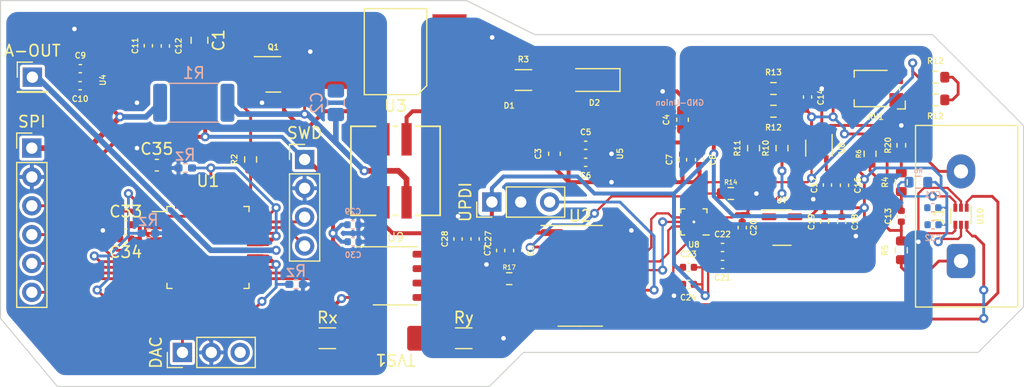
<source format=kicad_pcb>
(kicad_pcb (version 20240108) (generator "pcbnew") (generator_version "8.0")
  (layers (0 "F.Cu" signal) (31 "B.Cu" signal) (34 "B.Paste" user) (35 "F.Paste" user) (36 "B.SilkS" user "B.Silkscreen") (37 "F.SilkS" user "F.Silkscreen") (38 "B.Mask" user) (39 "F.Mask" user) (44 "Edge.Cuts" user))
  (net 0 "")
  (net 1 "GND1")
  (net 2 "GND2")
  (net 3 "UPDI")
  (net 4 "GNDA")
  (footprint "Connector_PinHeader_2.54mm:PinHeader_1x03_P2.54mm_Vertical" (layer "F.Cu") (at 64 107 90)
    (property "Reference" "DAC")
    (property "Value" "PinHeader_1x03_P2.54mm_Vertical" (hide yes))
  )
  (footprint "custom:H11L1-4" (layer "F.Cu") (at 82.75 80.5 90)
    (property "Reference" "U3")
    (property "Value" "H11L1")
  )
  (footprint "Capacitor_SMD:C_0402_1005Metric" (layer "F.Cu") (at 59 97 180)
    (property "Reference" "C34")
    (property "Value" "10n" (hide yes))
  )
  (footprint "Resistor_SMD:R_1206_3216Metric" (layer "F.Cu") (at 94 83)
    (property "Reference" "R3")
    (property "Value" "10")
  )
  (footprint "Resistor_SMD:R_0603_1608Metric" (layer "F.Cu") (at 92.75 100.5)
    (property "Reference" "R17")
    (property "Value" "22k")
  )
  (footprint "custom:DO-214AA" (layer "F.Cu") (at 82.75 105.75 180)
    (property "Reference" "TVS1")
    (property "Value" "DO-214AA" (hide yes))
  )
  (footprint "Package_SO:SOIC-14_3.9x8.7mm_P1.27mm" (layer "F.Cu") (at 99 100.25)
    (property "Reference" "U2")
    (property "Value" "ATtiny1604")
  )
  (footprint "Diode_SMD:D_SOD-123" (layer "F.Cu") (at 100.25 83 180)
    (property "Reference" "D2")
    (property "Value" "3v")
  )
  (footprint "Capacitor_SMD:C_0402_1005Metric" (layer "F.Cu") (at 89.75 97 -90)
    (property "Reference" "C27")
    (property "Value" "1u" (hide yes))
  )
  (footprint "Capacitor_SMD:C_0402_1005Metric" (layer "F.Cu") (at 122 95.52 -90)
    (property "Reference" "C18")
    (property "Value" "1u" (hide yes))
  )
  (footprint "Resistor_SMD:R_0603_1608Metric" (layer "F.Cu") (at 116 83.75)
    (property "Reference" "R13")
    (property "Value" "1k" (hide yes))
  )
  (footprint "Capacitor_SMD:C_0402_1005Metric" (layer "F.Cu") (at 113.25 96 -90)
    (property "Reference" "C20")
    (property "Value" "1u" (hide yes))
  )
  (footprint "Capacitor_SMD:C_0402_1005Metric" (layer "F.Cu") (at 55 83.5 180)
    (property "Reference" "C10")
    (property "Value" "10n" (hide yes))
  )
  (footprint "Capacitor_SMD:C_0603_1608Metric" (layer "F.Cu") (at 108 86.5 90)
    (property "Reference" "C4")
    (property "Value" "2u2")
  )
  (footprint "Package_TO_SOT_SMD:SOT-23" (layer "F.Cu") (at 72 82.5)
    (property "Reference" "Q1")
    (property "Value" "DMN2310U")
  )
  (footprint "Capacitor_SMD:C_0402_1005Metric" (layer "F.Cu") (at 92 98.02 90)
    (property "Reference" "C7")
    (property "Value" "1u" (hide yes))
  )
  (footprint "Connector_PinHeader_2.54mm:PinHeader_1x04_P2.54mm_Vertical" (layer "F.Cu") (at 74.75 90)
    (property "Reference" "SWD")
    (property "Value" "PinHeader_1x04_P2.54mm_Vertical" (hide yes))
  )
  (footprint "Connector_PinHeader_2.54mm:PinHeader_1x06_P2.54mm_Vertical" (layer "F.Cu") (at 50.75 89)
    (property "Reference" "SPI")
    (property "Value" "PinHeader_1x06_P2.54mm_Vertical" (hide yes))
  )
  (footprint "Capacitor_SMD:C_0402_1005Metric" (layer "F.Cu") (at 88.25 97 90)
    (property "Reference" "C28")
    (property "Value" "10n" (hide yes))
  )
  (footprint "Capacitor_SMD:C_0402_1005Metric" (layer "F.Cu") (at 59.02 95.75)
    (property "Reference" "C33")
    (property "Value" "1u" (hide yes))
  )
  (footprint "Resistor_SMD:R_1206_3216Metric" (layer "F.Cu") (at 88.75 105.75)
    (property "Reference" "Ry")
    (property "Value" "R_1206_3216Metric" (hide yes))
  )
  (footprint "Capacitor_SMD:C_0402_1005Metric" (layer "F.Cu") (at 108.52 99.5)
    (property "Reference" "C23")
    (property "Value" "1u" (hide yes))
  )
  (footprint "Resistor_SMD:R_0603_1608Metric" (layer "F.Cu") (at 70 90 90)
    (property "Reference" "R2")
    (property "Value" "1K")
  )
  (footprint "Capacitor_SMD:C_0402_1005Metric" (layer "F.Cu") (at 120.5 95.5 90)
    (property "Reference" "C19")
    (property "Value" "10n" (hide yes))
  )
  (footprint "custom:TypeKSocket" (layer "F.Cu") (at 132.5 95 90)
    (property "Reference" "J1")
    (property "Value" "TypeKSocket")
  )
  (footprint "Resistor_SMD:R_0603_1608Metric" (layer "F.Cu") (at 112.25 93)
    (property "Reference" "R14")
    (property "Value" "22k")
  )
  (footprint "Potentiometer_SMD:Potentiometer_Bourns_TC33X_Vertical" (layer "F.Cu") (at 125 83.75 180)
    (property "Reference" "RV1")
    (property "Value" "20k")
  )
  (footprint "Resistor_SMD:R_0603_1608Metric" (layer "F.Cu") (at 116.75 89 90)
    (property "Reference" "R10")
    (property "Value" "1k" (hide yes))
  )
  (footprint "Resistor_SMD:R_0603_1608Metric" (layer "F.Cu") (at 116 85.75 180)
    (property "Reference" "R12")
    (property "Value" "1k" (hide yes))
  )
  (footprint "Capacitor_SMD:C_0402_1005Metric" (layer "F.Cu") (at 109.5 90.02 -90)
    (property "Reference" "C8")
    (property "Value" "10n" (hide yes))
  )
  (footprint "Capacitor_SMD:C_0402_1005Metric" (layer "F.Cu") (at 93.5 98.02 -90)
    (property "Reference" "C8")
    (property "Value" "10n" (hide yes))
  )
  (footprint "Capacitor_SMD:C_0402_1005Metric" (layer "F.Cu") (at 108.52 101 180)
    (property "Reference" "C24")
    (property "Value" "10n" (hide yes))
  )
  (footprint "Resistor_SMD:R_0603_1608Metric" (layer "F.Cu") (at 114.25 89 90)
    (property "Reference" "R11")
    (property "Value" "1k" (hide yes))
  )
  (footprint "Resistor_SMD:R_1206_3216Metric" (layer "F.Cu") (at 76.75 105.75)
    (property "Reference" "Rx")
    (property "Value" "R_1206_3216Metric" (hide yes))
  )
  (footprint "Resistor_SMD:R_0402_1005Metric" (layer "F.Cu") (at 127.25 88.75 90)
    (property "Reference" "R20")
    (property "Value" "10M")
  )
  (footprint "Resistor_SMD:R_0603_1608Metric" (layer "F.Cu") (at 124.5 89.5 90)
    (property "Reference" "R6")
    (property "Value" "22k")
  )
  (footprint "Package_QFP:LQFP-48_7x7mm_P0.5mm" (layer "F.Cu") (at 66.25 97.75)
    (property "Reference" "U1")
    (property "Value" "MSPM0G1507SPTR")
  )
  (footprint "Resistor_SMD:R_0603_1608Metric" (layer "F.Cu") (at 127.25 92 90)
    (property "Reference" "R4")
    (property "Value" "1k" (hide yes))
  )
  (footprint "Connector_PinHeader_2.54mm:PinHeader_1x01_P2.54mm_Vertical" (layer "F.Cu") (at 50.8 82.75)
    (property "Reference" "A-OUT")
    (property "Value" "PinHeader_1x01_P2.54mm_Vertical" (hide yes))
  )
  (footprint "custom:SOT25" (layer "F.Cu") (at 104.5 89.5 90)
    (property "Reference" "U5")
    (property "Value" "SOT25")
  )
  (footprint "Capacitor_SMD:C_0402_1005Metric" (layer "F.Cu") (at 119 84.5 -90)
    (property "Reference" "C14")
    (property "Value" "1u" (hide yes))
  )
  (footprint "Capacitor_SMD:C_0402_1005Metric" (layer "F.Cu") (at 99.48 88.75)
    (property "Reference" "C5")
    (property "Value" "1u" (hide yes))
  )
  (footprint "Resistor_SMD:R_0603_1608Metric" (layer "F.Cu") (at 130.25 84.75 180)
    (property "Reference" "R12")
    (property "Value" "47k" (hide yes))
  )
  (footprint "Capacitor_SMD:C_0603_1608Metric" (layer "F.Cu") (at 61.75 90.5)
    (property "Reference" "C35")
    (property "Value" "0u47")
  )
  (footprint "Capacitor_SMD:C_0402_1005Metric" (layer "F.Cu") (at 111.52 99.25 180)
    (property "Reference" "C21")
    (property "Value" "1u" (hide yes))
  )
  (footprint "Capacitor_SMD:C_0402_1005Metric" (layer "F.Cu") (at 120.75 92.25 90)
    (property "Reference" "C17")
    (property "Value" "10n" (hide yes))
  )
  (footprint "Capacitor_SMD:C_0402_1005Metric" (layer "F.Cu") (at 122.25 92.27 -90)
    (property "Reference" "C16")
    (property "Value" "1u" (hide yes))
  )
  (footprint "Capacitor_SMD:C_0402_1005Metric" (layer "F.Cu") (at 108 90.02 90)
    (property "Reference" "C7")
    (property "Value" "1u" (hide yes))
  )
  (footprint "Connector_PinHeader_2.54mm:PinHeader_1x03_P2.54mm_Vertical" (layer "F.Cu") (at 91.225 93.75 90)
    (property "Reference" "UPDI")
    (property "Value" "PinHeader_1x03_P2.54mm_Vertical" (hide yes))
  )
  (footprint "Capacitor_SMD:C_0805_2012Metric_Pad1.18x1.45mm_HandSolder" (layer "F.Cu") (at 65.5 79.5 -90)
    (property "Reference" "C1")
    (property "Value" "C_0805_2012Metric_Pad1.18x1.45mm_HandSolder" (hide yes))
  )
  (footprint "custom:MCP3565" (layer "F.Cu") (at 109 95.5 180)
    (property "Reference" "U8")
    (property "Value" "MCP3565")
  )
  (footprint "Capacitor_SMD:C_0402_1005Metric" (layer "F.Cu") (at 111.52 97.75)
    (property "Reference" "C22")
    (property "Value" "10n" (hide yes))
  )
  (footprint "Resistor_SMD:R_0603_1608Metric" (layer "F.Cu") (at 127.25 98 90)
    (property "Reference" "R5")
    (property "Value" "1k" (hide yes))
  )
  (footprint "Package_TO_SOT_SMD:SOT-563" (layer "F.Cu") (at 132.5 95 -90)
    (property "Reference" "U10")
    (property "Value" "TMP112")
  )
  (footprint "Package_SO:SOIC-8_3.9x4.9mm_P1.27mm" (layer "F.Cu") (at 82.75 100.25)
    (property "Reference" "U9")
    (property "Value" "ISO6721RFBDR")
  )
  (footprint "custom:SK14" (layer "F.Cu") (at 92.75 87)
    (property "Reference" "D1")
    (property "Value" "SK14")
  )
  (footprint "Package_TO_SOT_SMD:SOT-353_SC-70-5" (layer "F.Cu") (at 120 89 -90)
    (property "Reference" "U6")
    (property "Value" "TSZ121")
  )
  (footprint "Capacitor_SMD:C_0402_1005Metric" (layer "F.Cu") (at 62.5 80 -90)
    (property "Reference" "C12")
    (property "Value" "10n" (hide yes))
  )
  (footprint "custom:SOT25" (layer "F.Cu") (at 59 83 90)
    (property "Reference" "U4")
    (property "Value" "SOT25")
  )
  (footprint "SRF0703:IND_SRF0703-101M_BRN-M" (layer "F.Cu") (at 82.75 91)
    (property "Reference" "L1" (hide yes))
    (property "Value" "SRF0703-6R8M")
  )
  (footprint "Capacitor_SMD:C_0402_1005Metric" (layer "F.Cu") (at 127.25 95 90)
    (property "Reference" "C13")
    (property "Value" "0u1")
  )
  (footprint "Capacitor_SMD:C_0603_1608Metric" (layer "F.Cu") (at 96.73 89.5 90)
    (property "Reference" "C3")
    (property "Value" "2u2")
  )
  (footprint "Capacitor_SMD:C_0402_1005Metric" (layer "F.Cu") (at 55.02 82)
    (property "Reference" "C9")
    (property "Value" "1u" (hide yes))
  )
  (footprint "Capacitor_SMD:C_0402_1005Metric" (layer "F.Cu") (at 99.48 90.25 180)
    (property "Reference" "C6")
    (property "Value" "10n" (hide yes))
  )
  (footprint "Capacitor_SMD:C_0402_1005Metric" (layer "F.Cu") (at 61 79.98 90)
    (property "Reference" "C11")
    (property "Value" "1u" (hide yes))
  )
  (footprint "Resistor_SMD:R_0603_1608Metric" (layer "F.Cu") (at 130.25 82.75)
    (property "Reference" "R12")
    (property "Value" "470k" (hide yes))
  )
  (footprint "Package_TO_SOT_SMD:SOT-23-6" (layer "F.Cu") (at 116.75 96)
    (property "Reference" "U7")
    (property "Value" "MCP1501")
  )
  (footprint "Resistor_SMD:R_0603_1608Metric" (layer "B.Cu") (at 128.75 92 180)
    (property "Reference" "R6")
    (property "Value" "22k")
  )
  (footprint "Resistor_SMD:R_2512_6332Metric" (layer "B.Cu") (at 65 85 180)
    (property "Reference" "R1")
    (property "Value" "4R7")
  )
  (footprint "Capacitor_SMD:C_0805_2012Metric_Pad1.18x1.45mm_HandSolder" (layer "B.Cu") (at 77.5 85 -90)
    (property "Reference" "C2")
    (property "Value" "C_0805_2012Metric_Pad1.18x1.45mm_HandSolder" (hide yes))
  )
  (footprint "Capacitor_SMD:C_0402_1005Metric" (layer "B.Cu") (at 79.02 97.25)
    (property "Reference" "C30")
    (property "Value" "10n" (hide yes))
  )
  (footprint "Resistor_SMD:R_0402_1005Metric_Pad0.72x0.64mm_HandSolder" (layer "B.Cu") (at 61 96.5 180)
    (property "Reference" "Rz")
    (property "Value" "1M")
  )
  (footprint "Resistor_SMD:R_0402_1005Metric_Pad0.72x0.64mm_HandSolder" (layer "B.Cu") (at 74 101 180)
    (property "Reference" "Rz")
    (property "Value" "1M")
  )
  (footprint "Capacitor_SMD:C_0402_1005Metric" (layer "B.Cu") (at 79 95.75 180)
    (property "Reference" "C29")
    (property "Value" "1u" (hide yes))
  )
  (footprint "Capacitor_SMD:C_0402_1005Metric" (layer "B.Cu") (at 130.04 95.75)
    (property "Reference" "C32")
    (property "Value" "10n" (hide yes))
  )
  (footprint "GND-Union" (layer "B.Cu") (at 107.75 86.5 180)
    (property "Reference" "GND-Union")
    (property "Value" "GND-Union" (hide yes))
  )
  (footprint "Resistor_SMD:R_0402_1005Metric_Pad0.72x0.64mm_HandSolder" (layer "B.Cu") (at 64.25 90.75 180)
    (property "Reference" "Rz")
    (property "Value" "1M")
  )
  (footprint "Capacitor_SMD:C_0402_1005Metric" (layer "B.Cu") (at 130.02 94.25 180)
    (property "Reference" "C31")
    (property "Value" "1u" (hide yes))
  )
  (gr_line (start 89 76) (end 48 76) (stroke (width 0.1)) (layer "Edge.Cuts"))
  (gr_line (start 138 87) (end 130 79) (stroke (width 0.1)) (layer "Edge.Cuts"))
  (gr_line (start 138 103) (end 138 87) (stroke (width 0.1)) (layer "Edge.Cuts"))
  (gr_line (start 91 110) (end 94 107) (stroke (width 0.1)) (layer "Edge.Cuts"))
  (gr_line (start 134 107) (end 138 103) (stroke (width 0.1)) (layer "Edge.Cuts"))
  (gr_line (start 130 79) (end 95 79) (stroke (width 0.1)) (layer "Edge.Cuts"))
  (gr_line (start 48 76) (end 48 104) (stroke (width 0.1)) (layer "Edge.Cuts"))
  (gr_line (start 48 104) (end 53 110) (stroke (width 0.1)) (layer "Edge.Cuts"))
  (gr_line (start 94 107) (end 134 107) (stroke (width 0.1)) (layer "Edge.Cuts"))
  (gr_line (start 53 110) (end 91 110) (stroke (width 0.1)) (layer "Edge.Cuts"))
  (gr_line (start 95 79) (end 89 76) (stroke (width 0.1)) (layer "Edge.Cuts"))
  (segment (start 115.25 93.75) (end 116 93.75) (width 0.25) (layer "F.Cu") (net 0))
  (segment (start 132.5 95.75) (end 132.5 96.75) (width 0.2) (layer "F.Cu") (net 0))
  (segment (start 65.5 92) (end 65 92) (width 0.25) (layer "F.Cu") (net 0))
  (segment (start 94.77 101.52) (end 94.5 101.25) (width 0.25) (layer "F.Cu") (net 0))
  (segment (start 91.225 93.75) (end 91.225 96.275) (width 0.35) (layer "F.Cu") (net 0))
  (segment (start 74.5 87) (end 74.25 87) (width 0.35) (layer "F.Cu") (net 0))
  (segment (start 127.25 91.175) (end 127.375 91.05) (width 0.35) (layer "F.Cu") (net 0))
  (segment (start 53.16 99.16) (end 50.75 99.16) (width 0.25) (layer "F.Cu") (net 0))
  (segment (start 96.525 100.25) (end 94.5 100.25) (width 0.25) (layer "F.Cu") (net 0))
  (segment (start 93.44 96.44) (end 92.06 96.44) (width 0.35) (layer "F.Cu") (net 0))
  (segment (start 111.04 99.25) (end 110.25 99.25) (width 0.2) (layer "F.Cu") (net 0))
  (segment (start 68.5 93.5875) (end 68.5 92) (width 0.25) (layer "F.Cu") (net 0))
  (segment (start 129.5 100) (end 127.75 100) (width 0.25) (layer "F.Cu") (net 0))
  (segment (start 114.5 93.75) (end 115.25 93.75) (width 0.25) (layer "F.Cu") (net 0))
  (segment (start 61.05 82.05) (end 65.95 82.05) (width 0.35) (layer "F.Cu") (net 0))
  (segment (start 71.5 97.5) (end 72.25 96.75) (width 0.25) (layer "F.Cu") (net 0))
  (segment (start 129.425 84.75) (end 126.8 84.75) (width 0.25) (layer "F.Cu") (net 0))
  (segment (start 67.5 101.9125) (end 67.5 103.75) (width 0.25) (layer "F.Cu") (net 0))
  (segment (start 119.2 95.05) (end 120 94.25) (width 0.25) (layer "F.Cu") (net 0))
  (segment (start 58 94.5) (end 57 93.5) (width 0.35) (layer "F.Cu") (net 0))
  (segment (start 127.25 93.75) (end 127.25 92.825) (width 0.25) (layer "F.Cu") (net 0))
  (segment (start 127.25 93.75) (end 126.5 93.75) (width 0.25) (layer "F.Cu") (net 0))
  (segment (start 118 84) (end 118 85.75) (width 0.25) (layer "F.Cu") (net 0))
  (segment (start 92.06 96.44) (end 91.06 96.44) (width 0.35) (layer "F.Cu") (net 0))
  (segment (start 110.25 98) (end 110.25 99) (width 0.2) (layer "F.Cu") (net 0))
  (segment (start 96.275 96.44) (end 93.44 96.44) (width 0.35) (layer "F.Cu") (net 0))
  (segment (start 128.25 82.25) (end 128.75 82.75) (width 0.25) (layer "F.Cu") (net 0))
  (segment (start 100.75 90.5) (end 103.25 90.5) (width 0.35) (layer "F.Cu") (net 0))
  (segment (start 93.5 96.5) (end 93.44 96.44) (width 0.35) (layer "F.Cu") (net 0))
  (segment (start 77.885 99.615) (end 80.275 99.615) (width 0.25) (layer "F.Cu") (net 0))
  (segment (start 53.33 94.08) (end 50.75 94.08) (width 0.25) (layer "F.Cu") (net 0))
  (segment (start 67.5 93.5875) (end 67.5 92) (width 0.25) (layer "F.Cu") (net 0))
  (segment (start 69 92.5) (end 68.5 92) (width 0.25) (layer "F.Cu") (net 0))
  (segment (start 103 83) (end 103.75 83.75) (width 0.35) (layer "F.Cu") (net 0))
  (segment (start 99.96 90.25) (end 100.75 90.25) (width 0.35) (layer "F.Cu") (net 0))
  (segment (start 77.5 100) (end 77.885 99.615) (width 0.25) (layer "F.Cu") (net 0))
  (segment (start 83 91) (end 83.72155 91.72155) (width 0.5) (layer "F.Cu") (net 0))
  (segment (start 66.5 93.5875) (end 66.5 92) (width 0.25) (layer "F.Cu") (net 0))
  (segment (start 64 101.9125) (end 64 107) (width 0.25) (layer "F.Cu") (net 0))
  (segment (start 124.25 87.75) (end 122.25 87.75) (width 0.25) (layer "F.Cu") (net 0))
  (segment (start 50.75 89) (end 55.75 89) (width 0.5) (layer "F.Cu") (net 0))
  (segment (start 65 101.9125) (end 65 103.25) (width 0.25) (layer "F.Cu") (net 0))
  (segment (start 69 103.75) (end 69.75 103.75) (width 0.25) (layer "F.Cu") (net 0))
  (segment (start 98.6 83) (end 95.4625 83) (width 0.35) (layer "F.Cu") (net 0))
  (segment (start 81.77845 88.22505) (end 81.77845 86.27845) (width 0.35) (layer "F.Cu") (net 0))
  (segment (start 113.75 94.75) (end 113.75 94.5) (width 0.25) (layer "F.Cu") (net 0))
  (segment (start 101.475 102.79) (end 134.71 102.79) (width 0.25) (layer "F.Cu") (net 0))
  (segment (start 133 96.25) (end 133.5 96.75) (width 0.2) (layer "F.Cu") (net 0))
  (segment (start 94.77 98.98) (end 96.525 98.98) (width 0.25) (layer "F.Cu") (net 0))
  (segment (start 77.885 100.885) (end 80.275 100.885) (width 0.25) (layer "F.Cu") (net 0))
  (segment (start 53.12 96.62) (end 50.75 96.62) (width 0.25) (layer "F.Cu") (net 0))
  (segment (start 132.5 96.75) (end 132.25 97) (width 0.2) (layer "F.Cu") (net 0))
  (segment (start 128.75 82.75) (end 129.425 82.75) (width 0.25) (layer "F.Cu") (net 0))
  (segment (start 116.5 87.25) (end 114.5 87.25) (width 0.25) (layer "F.Cu") (net 0))
  (segment (start 74.75 86) (end 74.75 83.5) (width 0.25) (layer "F.Cu") (net 0))
  (segment (start 114.25 85.75) (end 115.175 85.75) (width 0.25) (layer "F.Cu") (net 0))
  (segment (start 71.5 95) (end 72.25 94.25) (width 0.25) (layer "F.Cu") (net 0))
  (segment (start 119.35 86.25) (end 119.35 86.1) (width 0.25) (layer "F.Cu") (net 0))
  (segment (start 110.25 92) (end 119 92) (width 0.2) (layer "F.Cu") (net 0))
  (segment (start 70.4125 100) (end 77.5 100) (width 0.25) (layer "F.Cu") (net 0))
  (segment (start 127.25 99.5) (end 127.25 98.825) (width 0.25) (layer "F.Cu") (net 0))
  (segment (start 99.96 88.75) (end 100.75 88.75) (width 0.35) (layer "F.Cu") (net 0))
  (segment (start 77.25 96.5) (end 77.25 92.25) (width 0.35) (layer "F.Cu") (net 0))
  (segment (start 62.0875 100) (end 54 100) (width 0.25) (layer "F.Cu") (net 0))
  (segment (start 108 87.275) (end 108 88.5) (width 0.35) (layer "F.Cu") (net 0))
  (segment (start 56.5 84) (end 57.75 84) (width 0.35) (layer "F.Cu") (net 0))
  (segment (start 66 88) (end 58.75 88) (width 0.35) (layer "F.Cu") (net 0))
  (segment (start 132 93.75) (end 131.5 93.25) (width 0.2) (layer "F.Cu") (net 0))
  (segment (start 68.5 92) (end 68 92) (width 0.25) (layer "F.Cu") (net 0))
  (segment (start 85.225 98.345) (end 88.345 98.345) (width 0.35) (layer "F.Cu") (net 0))
  (segment (start 108.25 93.25) (end 108.6 93.6) (width 0.2) (layer "F.Cu") (net 0))
  (segment (start 71.0125 81.5) (end 71.0625 81.55) (width 0.25) (layer "F.Cu") (net 0))
  (segment (start 72 99.5) (end 72.25 99.25) (width 0.25) (layer "F.Cu") (net 0))
  (segment (start 55.75 89) (end 58.5 86.25) (width 0.5) (layer "F.Cu") (net 0))
  (segment (start 68.5 101.9125) (end 68.5 103.75) (width 0.25) (layer "F.Cu") (net 0))
  (segment (start 127.75 100) (end 127.25 99.5) (width 0.25) (layer "F.Cu") (net 0))
  (segment (start 66.5 101.9125) (end 66.5 103.75) (width 0.25) (layer "F.Cu") (net 0))
  (segment (start 60.75 97.5) (end 62.0875 97.5) (width 0.25) (layer "F.Cu") (net 0))
  (segment (start 105.75 88.5) (end 108 88.5) (width 0.35) (layer "F.Cu") (net 0))
  (segment (start 106.75 94.75) (end 105.75 94.75) (width 0.2) (layer "F.Cu") (net 0))
  (segment (start 120 94.25) (end 120.5 94.25) (width 0.25) (layer "F.Cu") (net 0))
  (segment (start 109.75 100.75) (end 109.75 99) (width 0.2) (layer "F.Cu") (net 0))
  (segment (start 121 87) (end 120.65 87.35) (width 0.25) (layer "F.Cu") (net 0))
  (segment (start 113.25 90.5) (end 113.25 86.75) (width 0.25) (layer "F.Cu") (net 0))
  (segment (start 134.71 102.79) (end 135.5 102) (width 0.25) (layer "F.Cu") (net 0))
  (segment (start 65.5 93.5875) (end 65.5 92) (width 0.25) (layer "F.Cu") (net 0))
  (segment (start 110.25 101.75) (end 110 102) (width 0.2) (layer "F.Cu") (net 0))
  (segment (start 134.5 101.5) (end 134.5 97.5) (width 0.25) (layer "F.Cu") (net 0))
  (segment (start 69 82.5) (end 70 81.5) (width 0.25) (layer "F.Cu") (net 0))
  (segment (start 89.385 100.885) (end 85.225 100.885) (width 0.25) (layer "F.Cu") (net 0))
  (segment (start 116.825 83.75) (end 117.75 83.75) (width 0.25) (layer "F.Cu") (net 0))
  (segment (start 80 91) (end 83 91) (width 0.5) (layer "F.Cu") (net 0))
  (segment (start 81.77845 86.27845) (end 81.25 85.75) (width 0.35) (layer "F.Cu") (net 0))
  (segment (start 72.04 77.96) (end 78 77.96) (width 0.25) (layer "F.Cu") (net 0))
  (segment (start 66 101.9125) (end 66 103.75) (width 0.25) (layer "F.Cu") (net 0))
  (segment (start 113.25 86.75) (end 114.25 85.75) (width 0.25) (layer "F.Cu") (net 0))
  (segment (start 60.75 96) (end 60.75 95.5) (width 0.25) (layer "F.Cu") (net 0))
  (segment (start 69.75 103.75) (end 71 102.5) (width 0.25) (layer "F.Cu") (net 0))
  (segment (start 109.4 96.6) (end 109.4 97.15) (width 0.2) (layer "F.Cu") (net 0))
  (segment (start 127.25 97.175) (end 127.25 96.25) (width 0.25) (layer "F.Cu") (net 0))
  (segment (start 119 92) (end 119.35 91.65) (width 0.2) (layer "F.Cu") (net 0))
  (segment (start 91.225 96.275) (end 91.06 96.44) (width 0.35) (layer "F.Cu") (net 0))
  (segment (start 61.05 82.05) (end 61 82) (width 0.35) (layer "F.Cu") (net 0))
  (segment (start 83.72155 88.22505) (end 83.72155 86.27845) (width 0.35) (layer "F.Cu") (net 0))
  (segment (start 56 100.5) (end 54.8 101.7) (width 0.25) (layer "F.Cu") (net 0))
  (segment (start 83.72155 86.27845) (end 84.25 85.75) (width 0.35) (layer "F.Cu") (net 0))
  (segment (start 100.75 88.75) (end 100.75 90.25) (width 0.35) (layer "F.Cu") (net 0))
  (segment (start 110 88.5) (end 110.75 88.5) (width 0.35) (layer "F.Cu") (net 0))
  (segment (start 100.25 94.75) (end 101.75 93.25) (width 0.2) (layer "F.Cu") (net 0))
  (segment (start 124 91.5) (end 124 91.75) (width 0.25) (layer "F.Cu") (net 0))
  (segment (start 117.8875 96.95) (end 119.45 96.95) (width 0.25) (layer "F.Cu") (net 0))
  (segment (start 135.25 93.25) (end 133.5 93.25) (width 0.25) (layer "F.Cu") (net 0))
  (segment (start 122.25 91) (end 122.25 91.79) (width 0.25) (layer "F.Cu") (net 0))
  (segment (start 94.5 101.25) (end 94.5 100.5) (width 0.25) (layer "F.Cu") (net 0))
  (segment (start 125.5 87) (end 121 87) (width 0.25) (layer "F.Cu") (net 0))
  (segment (start 130.75 97) (end 130.5 97.25) (width 0.2) (layer "F.Cu") (net 0))
  (segment (start 83.72155 91.72155) (end 83.72155 93.77495) (width 0.5) (layer "F.Cu") (net 0))
  (segment (start 135.75 93.75) (end 135.25 93.25) (width 0.25) (layer "F.Cu") (net 0))
  (segment (start 75.25 87) (end 74.5 87) (width 0.35) (layer "F.Cu") (net 0))
  (segment (start 57 93.5) (end 57 89.5) (width 0.35) (layer "F.Cu") (net 0))
  (segment (start 74.33 95.5) (end 74.75 95.08) (width 0.25) (layer "F.Cu") (net 0))
  (segment (start 56.5 84.25) (end 56.5 84) (width 0.35) (layer "F.Cu") (net 0))
  (segment (start 68 103.75) (end 68.5 103.75) (width 0.25) (layer "F.Cu") (net 0))
  (segment (start 114.25 89.825) (end 114.25 90.5) (width 0.25) (layer "F.Cu") (net 0))
  (segment (start 88.25 98.25) (end 88.345 98.345) (width 0.35) (layer "F.Cu") (net 0))
  (segment (start 63.5 93.5875) (end 63.5 92.25) (width 0.25) (layer "F.Cu") (net 0))
  (segment (start 61.02 80.48) (end 61 80.46) (width 0.35) (layer "F.Cu") (net 0))
  (segment (start 91.06 96.44) (end 90.81 96.44) (width 0.35) (layer "F.Cu") (net 0))
  (segment (start 121.25 84.75) (end 122.25 83.75) (width 0.25) (layer "F.Cu") (net 0))
  (segment (start 119.35 86.1) (end 119 85.75) (width 0.25) (layer "F.Cu") (net 0))
  (segment (start 103 100.25) (end 101.475 100.25) (width 0.2) (layer "F.Cu") (net 0))
  (segment (start 123.5 91) (end 124 91.5) (width 0.25) (layer "F.Cu") (net 0))
  (segment (start 133 95.75) (end 133 96.25) (width 0.2) (layer "F.Cu") (net 0))
  (segment (start 81.25 85.75) (end 76.5 85.75) (width 0.35) (layer "F.Cu") (net 0))
  (segment (start 66.5 90.75) (end 66.5 92) (width 0.25) (layer "F.Cu") (net 0))
  (segment (start 110 88.5) (end 109 88.5) (width 0.35) (layer "F.Cu") (net 0))
  (segment (start 113.25 94.75) (end 113.25 95.52) (width 0.25) (layer "F.Cu") (net 0))
  (segment (start 126.25 96.25) (end 125 95) (width 0.25) (layer "F.Cu") (net 0))
  (segment (start 88.25 97.48) (end 88.25 98.25) (width 0.35) (layer "F.Cu") (net 0))
  (segment (start 135.5 102) (end 135.75 101.75) (width 0.25) (layer "F.Cu") (net 0))
  (segment (start 131.5 93.25) (end 130 93.25) (width 0.2) (layer "F.Cu") (net 0))
  (segment (start 132.5 98.95) (end 130.55 98.95) (width 0.25) (layer "F.Cu") (net 0))
  (segment (start 110.25 99) (end 110.25 99.25) (width 0.2) (layer "F.Cu") (net 0))
  (segment (start 127.25 96.25) (end 127.25 95.48) (width 0.25) (layer "F.Cu") (net 0))
  (segment (start 101.75 93.25) (end 108.25 93.25) (width 0.2) (layer "F.Cu") (net 0))
  (segment (start 56.5 84.25) (end 58.5 86.25) (width 0.35) (layer "F.Cu") (net 0))
  (segment (start 92 97.54) (end 92 96.5) (width 0.35) (layer "F.Cu") (net 0))
  (segment (start 84.25 85.75) (end 89 85.75) (width 0.35) (layer "F.Cu") (net 0))
  (segment (start 66.5 103.75) (end 67 103.75) (width 0.25) (layer "F.Cu") (net 0))
  (segment (start 66.5 92) (end 66 92) (width 0.25) (layer "F.Cu") (net 0))
  (segment (start 62.525 91.275) (end 62.525 90.5) (width 0.25) (layer "F.Cu") (net 0))
  (segment (start 120.25 97.75) (end 123.5 97.75) (width 0.25) (layer "F.Cu") (net 0))
  (segment (start 62.0875 95.5) (end 60.75 95.5) (width 0.25) (layer "F.Cu") (net 0))
  (segment (start 55.5 83.48) (end 55.48 83.5) (width 0.35) (layer "F.Cu") (net 0))
  (segment (start 114.5 87.25) (end 114.25 87.5) (width 0.25) (layer "F.Cu") (net 0))
  (segment (start 67.5 103.75) (end 68 103.75) (width 0.25) (layer "F.Cu") (net 0))
  (segment (start 67 92) (end 66.5 92) (width 0.25) (layer "F.Cu") (net 0))
  (segment (start 62.0875 97) (end 61.25 97) (width 0.25) (layer "F.Cu") (net 0))
  (segment (start 123.5 97.75) (end 124 97.25) (width 0.25) (layer "F.Cu") (net 0))
  (segment (start 63.5 103) (end 63 103.5) (width 0.25) (layer "F.Cu") (net 0))
  (segment (start 107.9 95.1) (end 107.1 95.1) (width 0.2) (layer "F.Cu") (net 0))
  (segment (start 60.75 95.5) (end 60.75 94.5) (width 0.25) (layer "F.Cu") (net 0))
  (segment (start 110.1 95.1) (end 112.4 95.1) (width 0.2) (layer "F.Cu") (net 0))
  (segment (start 117.75 83.75) (end 118 84) (width 0.25) (layer "F.Cu") (net 0))
  (segment (start 124.5 91) (end 124.5 90.325) (width 0.25) (layer "F.Cu") (net 0))
  (segment (start 107.1 95.9) (end 106.75 96.25) (width 0.2) (layer "F.Cu") (net 0))
  (segment (start 69 101.9125) (end 69 103.75) (width 0.25) (layer "F.Cu") (net 0))
  (segment (start 118 85.75) (end 119 85.75) (width 0.25) (layer "F.Cu") (net 0))
  (segment (start 109.4 94.4) (end 109.4 93.6) (width 0.2) (layer "F.Cu") (net 0))
  (segment (start 106.75 96.25) (end 106.75 98.25) (width 0.2) (layer "F.Cu") (net 0))
  (segment (start 69 85) (end 69 82.5) (width 0.25) (layer "F.Cu") (net 0))
  (segment (start 108 88.5) (end 109 88.5) (width 0.35) (layer "F.Cu") (net 0))
  (segment (start 74.75 83.5) (end 75.21 83.04) (width 0.25) (layer "F.Cu") (net 0))
  (segment (start 122.25 91) (end 123.5 91) (width 0.25) (layer "F.Cu") (net 0))
  (segment (start 70.4125 98) (end 72.25 98) (width 0.25) (layer "F.Cu") (net 0))
  (segment (start 106.02 98.98) (end 104.48 98.98) (width 0.2) (layer "F.Cu") (net 0))
  (segment (start 70.4125 95) (end 71.5 95) (width 0.25) (layer "F.Cu") (net 0))
  (segment (start 104.75 98.25) (end 103.5 98.25) (width 0.2) (layer "F.Cu") (net 0))
  (segment (start 92.29 102.79) (end 89.115 99.615) (width 0.25) (layer "F.Cu") (net 0))
  (segment (start 109.75 101) (end 109.75 101.75) (width 0.2) (layer "F.Cu") (net 0))
  (segment (start 116 93.75) (end 116.75 93) (width 0.25) (layer "F.Cu") (net 0))
  (segment (start 131.075 84.75) (end 131.75 84.75) (width 0.25) (layer "F.Cu") (net 0))
  (segment (start 126 93.25) (end 126 87.5) (width 0.25) (layer "F.Cu") (net 0))
  (segment (start 67 101.9125) (end 67 103.75) (width 0.25) (layer "F.Cu") (net 0))
  (segment (start 78.345 98.345) (end 77.25 97.25) (width 0.35) (layer "F.Cu") (net 0))
  (segment (start 126.5 93.75) (end 126 93.25) (width 0.25) (layer "F.Cu") (net 0))
  (segment (start 127.25 94.52) (end 127.25 93.75) (width 0.25) (layer "F.Cu") (net 0))
  (segment (start 64.5 93.5875) (end 64.5 92) (width 0.25) (layer "F.Cu") (net 0))
  (segment (start 120.65 89.95) (end 120.65 90.9) (width 0.25) (layer "F.Cu") (net 0))
  (segment (start 84.65 105.75) (end 87.2875 105.75) (width 0.35) (layer "F.Cu") (net 0))
  (segment (start 65.5 101.9125) (end 65.5 103.75) (width 0.25) (layer "F.Cu") (net 0))
  (segment (start 127.25 96.25) (end 126.25 96.25) (width 0.25) (layer "F.Cu") (net 0))
  (segment (start 116.75 91) (end 116.75 89.825) (width 0.25) (layer "F.Cu") (net 0))
  (segment (start 69 95) (end 70 94) (width 0.25) (layer "F.Cu") (net 0))
  (segment (start 113.5 90.75) (end 113.25 90.5) (width 0.25) (layer "F.Cu") (net 0))
  (segment (start 64 93.5875) (end 64 92.5) (width 0.25) (layer "F.Cu") (net 0))
  (segment (start 89.115 99.615) (end 85.225 99.615) (width 0.25) (layer "F.Cu") (net 0))
  (segment (start 54 100) (end 53.16 99.16) (width 0.25) (layer "F.Cu") (net 0))
  (segment (start 68 93.5875) (end 68 92) (width 0.25) (layer "F.Cu") (net 0))
  (segment (start 68.5 103.75) (end 69 103.75) (width 0.25) (layer "F.Cu") (net 0))
  (segment (start 96.275 102.79) (end 92.29 102.79) (width 0.25) (layer "F.Cu") (net 0))
  (segment (start 101.475 104.06) (end 134.44 104.06) (width 0.25) (layer "F.Cu") (net 0))
  (segment (start 72.9375 85.6875) (end 72.9375 82.5) (width 0.35) (layer "F.Cu") (net 0))
  (segment (start 62.0875 99) (end 56.75 99) (width 0.25) (layer "F.Cu") (net 0))
  (segment (start 96.525 101.52) (end 94.77 101.52) (width 0.25) (layer "F.Cu") (net 0))
  (segment (start 128.25 81.5) (end 128.25 82.25) (width 0.25) (layer "F.Cu") (net 0))
  (segment (start 56 99.5) (end 53.12 96.62) (width 0.25) (layer "F.Cu") (net 0))
  (segment (start 110.25 97.75) (end 110.25 98) (width 0.2) (layer "F.Cu") (net 0))
  (segment (start 70.4125 99) (end 72 99) (width 0.25) (layer "F.Cu") (net 0))
  (segment (start 69 93.5875) (end 69 92.5) (width 0.25) (layer "F.Cu") (net 0))
  (segment (start 114 90.75) (end 113.5 90.75) (width 0.25) (layer "F.Cu") (net 0))
  (segment (start 105.25 95.25) (end 105.25 97.75) (width 0.2) (layer "F.Cu") (net 0))
  (segment (start 70.4125 97) (end 72 97) (width 0.25) (layer "F.Cu") (net 0))
  (segment (start 75 90) (end 74.75 90) (width 0.25) (layer "F.Cu") (net 0))
  (segment (start 109 94.4) (end 109 93.25) (width 0.2) (layer "F.Cu") (net 0))
  (segment (start 62.0875 99.5) (end 56 99.5) (width 0.25) (layer "F.Cu") (net 0))
  (segment (start 106.75 98.25) (end 106.02 98.98) (width 0.2) (layer "F.Cu") (net 0))
  (segment (start 80.275 102.155) (end 78.095 102.155) (width 0.25) (layer "F.Cu") (net 0))
  (segment (start 131.75 82.75) (end 131.075 82.75) (width 0.25) (layer "F.Cu") (net 0))
  (segment (start 90.155 98.345) (end 88.345 98.345) (width 0.35) (layer "F.Cu") (net 0))
  (segment (start 135.75 101.75) (end 135.75 93.75) (width 0.25) (layer "F.Cu") (net 0))
  (segment (start 127.25 89.26) (end 127.25 90) (width 0.25) (layer "F.Cu") (net 0))
  (segment (start 103.3 88.5) (end 100.75 88.5) (width 0.35) (layer "F.Cu") (net 0))
  (segment (start 63.5 101.9125) (end 63.5 103) (width 0.25) (layer "F.Cu") (net 0))
  (segment (start 60.25 95.75) (end 60.25 95.25) (width 0.35) (layer "F.Cu") (net 0))
  (segment (start 122.25 83.75) (end 123.55 83.75) (width 0.25) (layer "F.Cu") (net 0))
  (segment (start 80.85 105.75) (end 78.2125 105.75) (width 0.35) (layer "F.Cu") (net 0))
  (segment (start 108 89.54) (end 108 88.5) (width 0.35) (layer "F.Cu") (net 0))
  (segment (start 126 87.5) (end 125.5 87) (width 0.25) (layer "F.Cu") (net 0))
  (segment (start 59.5 94.5) (end 58 94.5) (width 0.35) (layer "F.Cu") (net 0))
  (segment (start 70.4125 96.5) (end 72 96.5) (width 0.25) (layer "F.Cu") (net 0))
  (segment (start 60.75 94.5) (end 59.25 93) (width 0.25) (layer "F.Cu") (net 0))
  (segment (start 114.25 87.5) (end 114.25 88.175) (width 0.25) (layer "F.Cu") (net 0))
  (segment (start 59.5 95.75) (end 60.25 95.75) (width 0.35) (layer "F.Cu") (net 0))
  (segment (start 89 85.75) (end 90.25 87) (width 0.35) (layer "F.Cu") (net 0))
  (segment (start 56.75 99) (end 56.25 98.5) (width 0.25) (layer "F.Cu") (net 0))
  (segment (start 65.95 82.05) (end 66 82) (width 0.35) (layer "F.Cu") (net 0))
  (segment (start 109 97.25) (end 109 98.25) (width 0.2) (layer "F.Cu") (net 0))
  (segment (start 109.75 101.75) (end 110 102) (width 0.2) (layer "F.Cu") (net 0))
  (segment (start 57.75 98.5) (end 53.33 94.08) (width 0.25) (layer "F.Cu") (net 0))
  (segment (start 127.25 90) (end 127.25 91.175) (width 0.25) (layer "F.Cu") (net 0))
  (segment (start 105.7 88.55) (end 105.75 88.5) (width 0.35) (layer "F.Cu") (net 0))
  (segment (start 73.13 96) (end 74.75 97.62) (width 0.25) (layer "F.Cu") (net 0))
  (segment (start 89.75 98.25) (end 89.75 97.48) (width 0.35) (layer "F.Cu") (net 0))
  (segment (start 92 96.5) (end 92.06 96.44) (width 0.35) (layer "F.Cu") (net 0))
  (segment (start 122 94.25) (end 122 95.04) (width 0.25) (layer "F.Cu") (net 0))
  (segment (start 62.0875 96) (end 60.75 96) (width 0.25) (layer "F.Cu") (net 0))
  (segment (start 113.75 94.75) (end 113.25 94.75) (width 0.25) (layer "F.Cu") (net 0))
  (segment (start 100.75 88.5) (end 100.75 88.75) (width 0.35) (layer "F.Cu") (net 0))
  (segment (start 96.73 88.725) (end 96.73 87) (width 0.2) (layer "F.Cu") (net 0))
  (segment (start 90.75 96.5) (end 90.75 97.75) (width 0.35) (layer "F.Cu") (net 0))
  (segment (start 60.75 97.5) (end 60.25 97) (width 0.25) (layer "F.Cu") (net 0))
  (segment (start 80.275 98.345) (end 78.345 98.345) (width 0.35) (layer "F.Cu") (net 0))
  (segment (start 109 97.25) (end 109 96.6) (width 0.2) (layer "F.Cu") (net 0))
  (segment (start 94.6 97.75) (end 94.64 97.71) (width 0.25) (layer "F.Cu") (net 0))
  (segment (start 109.4 97.15) (end 110.25 98) (width 0.2) (layer "F.Cu") (net 0))
  (segment (start 109 99.5) (end 109.75 99.5) (width 0.2) (layer "F.Cu") (net 0))
  (segment (start 120.65 87.35) (end 120.65 88.05) (width 0.25) (layer "F.Cu") (net 0))
  (segment (start 57.8 82) (end 56.5 82) (width 0.35) (layer "F.Cu") (net 0))
  (segment (start 112.75 94.75) (end 113.25 94.75) (width 0.2) (layer "F.Cu") (net 0))
  (segment (start 134.44 104.06) (end 134.5 104) (width 0.25) (layer "F.Cu") (net 0))
  (segment (start 67.5 92) (end 67 92) (width 0.25) (layer "F.Cu") (net 0))
  (segment (start 74.25 87) (end 73 85.75) (width 0.35) (layer "F.Cu") (net 0))
  (segment (start 109.75 100.75) (end 109.75 101) (width 0.2) (layer "F.Cu") (net 0))
  (segment (start 72 97) (end 72.25 96.75) (width 0.25) (layer "F.Cu") (net 0))
  (segment (start 110 93) (end 111.425 93) (width 0.2) (layer "F.Cu") (net 0))
  (segment (start 132.5 91.05) (end 130.55 91.05) (width 0.25) (layer "F.Cu") (net 0))
  (segment (start 100.75 90.25) (end 100.75 90.5) (width 0.35) (layer "F.Cu") (net 0))
  (segment (start 56.5 83.5) (end 56.5 84) (width 0.35) (layer "F.Cu") (net 0))
  (segment (start 94.5 100.5) (end 94.5 100.25) (width 0.25) (layer "F.Cu") (net 0))
  (segment (start 125 95) (end 125 91.5) (width 0.25) (layer "F.Cu") (net 0))
  (segment (start 109 93.25) (end 110.25 92) (width 0.2) (layer "F.Cu") (net 0))
  (segment (start 121.25 86.25) (end 121.25 84.75) (width 0.25) (layer "F.Cu") (net 0))
  (segment (start 100.75 87) (end 98.25 87) (width 0.35) (layer "F.Cu") (net 0))
  (segment (start 116.825 85.75) (end 118 85.75) (width 0.25) (layer "F.Cu") (net 0))
  (segment (start 71.0625 78.9375) (end 72.04 77.96) (width 0.25) (layer "F.Cu") (net 0))
  (segment (start 100.75 87) (end 102.25 87) (width 0.35) (layer "F.Cu") (net 0))
  (segment (start 70.4125 98.5) (end 71.5 98.5) (width 0.25) (layer "F.Cu") (net 0))
  (segment (start 77.25 97.25) (end 77.25 96.5) (width 0.35) (layer "F.Cu") (net 0))
  (segment (start 132.25 84.25) (end 132.25 83.25) (width 0.25) (layer "F.Cu") (net 0))
  (segment (start 56.5 82) (end 55.75 82) (width 0.35) (layer "F.Cu") (net 0))
  (segment (start 70.4125 97.5) (end 71.5 97.5) (width 0.25) (layer "F.Cu") (net 0))
  (segment (start 111.04 97.75) (end 110.25 97.75) (width 0.2) (layer "F.Cu") (net 0))
  (segment (start 90.81 96.44) (end 90.75 96.5) (width 0.35) (layer "F.Cu") (net 0))
  (segment (start 94.5 100.25) (end 94.5 99.25) (width 0.25) (layer "F.Cu") (net 0))
  (segment (start 119 84.98) (end 119 85.75) (width 0.25) (layer "F.Cu") (net 0))
  (segment (start 124 97.25) (end 124 94.25) (width 0.25) (layer "F.Cu") (net 0))
  (segment (start 116.75 88.175) (end 116.75 87.5) (width 0.25) (layer "F.Cu") (net 0))
  (segment (start 92.4975 83.04) (end 87.5 83.04) (width 0.35) (layer "F.Cu") (net 0))
  (segment (start 133 93.75) (end 133.5 93.25) (width 0.2) (layer "F.Cu") (net 0))
  (segment (start 77.25 92.25) (end 75 90) (width 0.35) (layer "F.Cu") (net 0))
  (segment (start 101.475 98.98) (end 104.48 98.98) (width 0.2) (layer "F.Cu") (net 0))
  (segment (start 105.25 97.75) (end 104.75 98.25) (width 0.2) (layer "F.Cu") (net 0))
  (segment (start 109 88.5) (end 109.5 88.5) (width 0.35) (layer "F.Cu") (net 0))
  (segment (start 68 101.9125) (end 68 103.75) (width 0.25) (layer "F.Cu") (net 0))
  (segment (start 103.5 99.75) (end 103 100.25) (width 0.2) (layer "F.Cu") (net 0))
  (segment (start 107.1 95.1) (end 106.75 94.75) (width 0.2) (layer "F.Cu") (net 0))
  (segment (start 132.25 97) (end 130.75 97) (width 0.2) (layer "F.Cu") (net 0))
  (segment (start 70 89.175) (end 70 86) (width 0.25) (layer "F.Cu") (net 0))
  (segment (start 75.2875 104.9625) (end 78 102.25) (width 0.35) (layer "F.Cu") (net 0))
  (segment (start 55.75 82) (end 55.5 82.25) (width 0.35) (layer "F.Cu") (net 0))
  (segment (start 66 81.0375) (end 65.5 80.5375) (width 0.35) (layer "F.Cu") (net 0))
  (segment (start 103.25 90.5) (end 103.3 90.45) (width 0.2) (layer "F.Cu") (net 0))
  (segment (start 114.25 90.5) (end 114 90.75) (width 0.25) (layer "F.Cu") (net 0))
  (segment (start 133.75 96.75) (end 133.5 96.75) (width 0.25) (layer "F.Cu") (net 0))
  (segment (start 109 98.25) (end 109.75 99) (width 0.2) (layer "F.Cu") (net 0))
  (segment (start 72 99) (end 72.25 99.25) (width 0.25) (layer "F.Cu") (net 0))
  (segment (start 71.0625 81.55) (end 71.0625 78.9375) (width 0.25) (layer "F.Cu") (net 0))
  (segment (start 55.48 83.5) (end 56.5 83.5) (width 0.35) (layer "F.Cu") (net 0))
  (segment (start 95.7125 82.75) (end 95.4625 83) (width 0.35) (layer "F.Cu") (net 0))
  (segment (start 110.75 89.5) (end 110.75 88.5) (width 0.35) (layer "F.Cu") (net 0))
  (segment (start 58.5 88) (end 58.75 88) (width 0.35) (layer "F.Cu") (net 0))
  (segment (start 124.5 88) (end 124.25 87.75) (width 0.25) (layer "F.Cu") (net 0))
  (segment (start 70.4125 99.5) (end 72 99.5) (width 0.25) (layer "F.Cu") (net 0))
  (segment (start 62.0875 98.5) (end 57.75 98.5) (width 0.25) (layer "F.Cu") (net 0))
  (segment (start 109 101) (end 109.75 101) (width 0.2) (layer "F.Cu") (net 0))
  (segment (start 134.5 97.5) (end 133.75 96.75) (width 0.25) (layer "F.Cu") (net 0))
  (segment (start 119.35 88.05) (end 119.35 86.25) (width 0.25) (layer "F.Cu") (net 0))
  (segment (start 93.575 100.5) (end 94.5 100.5) (width 0.25) (layer "F.Cu") (net 0))
  (segment (start 112.4 95.1) (end 112.75 94.75) (width 0.2) (layer "F.Cu") (net 0))
  (segment (start 61 82) (end 61 80.46) (width 0.35) (layer "F.Cu") (net 0))
  (segment (start 95.25 87) (end 97.25 87) (width 0.35) (layer "F.Cu") (net 0))
  (segment (start 57 89.5) (end 58.5 88) (width 0.35) (layer "F.Cu") (net 0))
  (segment (start 75.21 83.04) (end 78 83.04) (width 0.25) (layer "F.Cu") (net 0))
  (segment (start 122 94.25) (end 124 94.25) (width 0.25) (layer "F.Cu") (net 0))
  (segment (start 119.45 96.95) (end 120.25 97.75) (width 0.25) (layer "F.Cu") (net 0))
  (segment (start 56.5 82) (end 56.5 83.5) (width 0.35) (layer "F.Cu") (net 0))
  (segment (start 90.75 97.75) (end 90.155 98.345) (width 0.35) (layer "F.Cu") (net 0))
  (segment (start 62.0875 96.5) (end 60.75 96.5) (width 0.25) (layer "F.Cu") (net 0))
  (segment (start 60.2 82.05) (end 61.05 82.05) (width 0.35) (layer "F.Cu") (net 0))
  (segment (start 67 103.75) (end 67.5 103.75) (width 0.25) (layer "F.Cu") (net 0))
  (segment (start 101.9 83) (end 103 83) (width 0.35) (layer "F.Cu") (net 0))
  (segment (start 124.5 88.675) (end 124.5 88) (width 0.25) (layer "F.Cu") (net 0))
  (segment (start 65 92) (end 64.5 92) (width 0.25) (layer "F.Cu") (net 0))
  (segment (start 66 93.5875) (end 66 92) (width 0.25) (layer "F.Cu") (net 0))
  (segment (start 115.6125 95.05) (end 114.05 95.05) (width 0.25) (layer "F.Cu") (net 0))
  (segment (start 132.25 83.25) (end 131.75 82.75) (width 0.25) (layer "F.Cu") (net 0))
  (segment (start 103.75 83.75) (end 103.75 85.5) (width 0.35) (layer "F.Cu") (net 0))
  (segment (start 92.5375 83) (end 92.4975 83.04) (width 0.35) (layer "F.Cu") (net 0))
  (segment (start 71.5 98.5) (end 72.25 99.25) (width 0.25) (layer "F.Cu") (net 0))
  (segment (start 107.9 95.9) (end 107.1 95.9) (width 0.2) (layer "F.Cu") (net 0))
  (segment (start 67 93.5875) (end 67 92) (width 0.25) (layer "F.Cu") (net 0))
  (segment (start 65 93.5875) (end 65 92) (width 0.25) (layer "F.Cu") (net 0))
  (segment (start 113.75 94.5) (end 114.5 93.75) (width 0.25) (layer "F.Cu") (net 0))
  (segment (start 116.75 87.5) (end 116.5 87.25) (width 0.25) (layer "F.Cu") (net 0))
  (segment (start 103.5 98.25) (end 102.96 97.71) (width 0.2) (layer "F.Cu") (net 0))
  (segment (start 72 96.5) (end 72.25 96.75) (width 0.25) (layer "F.Cu") (net 0))
  (segment (start 62.0875 95) (end 69 95) (width 0.25) (layer "F.Cu") (net 0))
  (segment (start 70 86) (end 69 85) (width 0.25) (layer "F.Cu") (net 0))
  (segment (start 59.48 95.77) (end 59.5 95.75) (width 0.25) (layer "F.Cu") (net 0))
  (segment (start 120.5 94.25) (end 122 94.25) (width 0.25) (layer "F.Cu") (net 0))
  (segment (start 60.25 95.25) (end 59.5 94.5) (width 0.35) (layer "F.Cu") (net 0))
  (segment (start 61.25 97) (end 60.75 96.5) (width 0.25) (layer "F.Cu") (net 0))
  (segment (start 96.275 104.06) (end 92.56 104.06) (width 0.25) (layer "F.Cu") (net 0))
  (segment (start 102.96 97.71) (end 101.475 97.71) (width 0.2) (layer "F.Cu") (net 0))
  (segment (start 117.8875 95.05) (end 119.2 95.05) (width 0.25) (layer "F.Cu") (net 0))
  (segment (start 62.0875 100.5) (end 56 100.5) (width 0.25) (layer "F.Cu") (net 0))
  (segment (start 120.75 91) (end 122.25 91) (width 0.25) (layer "F.Cu") (net 0))
  (segment (start 120.5 95.02) (end 120.5 94.25) (width 0.25) (layer "F.Cu") (net 0))
  (segment (start 66 92) (end 65.5 92) (width 0.25) (layer "F.Cu") (net 0))
  (segment (start 60.75 96.5) (end 60.75 96) (width 0.25) (layer "F.Cu") (net 0))
  (segment (start 107.9 95.5) (end 106.25 95.5) (width 0.2) (layer "F.Cu") (net 0))
  (segment (start 109.4 93.6) (end 110 93) (width 0.2) (layer "F.Cu") (net 0))
  (segment (start 132 94.25) (end 132 93.75) (width 0.2) (layer "F.Cu") (net 0))
  (segment (start 70 94) (end 70 90.825) (width 0.25) (layer "F.Cu") (net 0))
  (segment (start 120.75 91.77) (end 120.75 91) (width 0.25) (layer "F.Cu") (net 0))
  (segment (start 77.5 100.5) (end 77.885 100.885) (width 0.25) (layer "F.Cu") (net 0))
  (segment (start 92.56 104.06) (end 89.385 100.885) (width 0.25) (layer "F.Cu") (net 0))
  (segment (start 65.5 103.75) (end 66 103.75) (width 0.25) (layer "F.Cu") (net 0))
  (segment (start 124 91.75) (end 124 94.25) (width 0.25) (layer "F.Cu") (net 0))
  (segment (start 106.25 99.75) (end 103.5 99.75) (width 0.2) (layer "F.Cu") (net 0))
  (segment (start 132.375 98.825) (end 132.5 98.95) (width 0.35) (layer "F.Cu") (net 0))
  (segment (start 133 94.25) (end 133 93.75) (width 0.2) (layer "F.Cu") (net 0))
  (segment (start 57.75 84) (end 57.8 83.95) (width 0.25) (layer "F.Cu") (net 0))
  (segment (start 70.4125 96) (end 73.13 96) (width 0.25) (layer "F.Cu") (net 0))
  (segment (start 68 92) (end 67.5 92) (width 0.25) (layer "F.Cu") (net 0))
  (segment (start 59.48 97) (end 60.25 97) (width 0.35) (layer "F.Cu") (net 0))
  (segment (start 130.55 98.95) (end 129.5 100) (width 0.25) (layer "F.Cu") (net 0))
  (segment (start 108.6 93.6) (end 108.6 94.4) (width 0.2) (layer "F.Cu") (net 0))
  (segment (start 94.64 97.71) (end 96.525 97.71) (width 0.25) (layer "F.Cu") (net 0))
  (segment (start 100.75 88.5) (end 100.75 87) (width 0.35) (layer "F.Cu") (net 0))
  (segment (start 63.5 92.25) (end 62.525 91.275) (width 0.25) (layer "F.Cu") (net 0))
  (segment (start 93.5 97.54) (end 93.5 96.5) (width 0.35) (layer "F.Cu") (net 0))
  (segment (start 131.75 84.75) (end 132.25 84.25) (width 0.25) (layer "F.Cu") (net 0))
  (segment (start 54.8 101.7) (end 50.75 101.7) (width 0.25) (layer "F.Cu") (net 0))
  (segment (start 105.75 94.75) (end 105.25 95.25) (width 0.2) (layer "F.Cu") (net 0))
  (segment (start 102.25 87) (end 103.75 85.5) (width 0.35) (layer "F.Cu") (net 0))
  (segment (start 66 88) (end 66 81.0375) (width 0.35) (layer "F.Cu") (net 0))
  (segment (start 66 103.75) (end 66.5 103.75) (width 0.25) (layer "F.Cu") (net 0))
  (segment (start 75.2875 105.75) (end 75.2875 104.9625) (width 0.35) (layer "F.Cu") (net 0))
  (segment (start 76.5 85.75) (end 75.25 87) (width 0.35) (layer "F.Cu") (net 0))
  (segment (start 65 103.25) (end 65.5 103.75) (width 0.25) (layer "F.Cu") (net 0))
  (segment (start 70 81.5) (end 71.0125 81.5) (width 0.25) (layer "F.Cu") (net 0))
  (segment (start 125 91.5) (end 124.5 91) (width 0.25) (layer "F.Cu") (net 0))
  (segment (start 70.4125 100.5) (end 77.5 100.5) (width 0.25) (layer "F.Cu") (net 0))
  (segment (start 64 92.5) (end 64.5 92) (width 0.25) (layer "F.Cu") (net 0))
  (segment (start 97.25 87) (end 98.25 87) (width 0.35) (layer "F.Cu") (net 0))
  (segment (start 70.4125 95.5) (end 74.33 95.5) (width 0.25) (layer "F.Cu") (net 0))
  (segment (start 114.05 95.05) (end 113.75 94.75) (width 0.25) (layer "F.Cu") (net 0))
  (segment (start 63 103.5) (end 58.5 103.5) (width 0.25) (layer "F.Cu") (net 0))
  (segment (start 94.5 99.25) (end 94.77 98.98) (width 0.25) (layer "F.Cu") (net 0))
  (segment (start 62.5 80.48) (end 62.5 82) (width 0.35) (layer "F.Cu") (net 0))
  (segment (start 130.55 91.05) (end 129.5 90) (width 0.25) (layer "F.Cu") (net 0))
  (segment (start 109.5 89.54) (end 109.5 88.5) (width 0.35) (layer "F.Cu") (net 0))
  (segment (start 120.65 90.9) (end 120.75 91) (width 0.25) (layer "F.Cu") (net 0))
  (segment (start 119.35 91.65) (end 119.35 89.95) (width 0.2) (layer "F.Cu") (net 0))
  (segment (start 129.5 90) (end 127.25 90) (width 0.25) (layer "F.Cu") (net 0))
  (segment (start 78.095 102.155) (end 78 102.25) (width 0.25) (layer "F.Cu") (net 0))
  (segment (start 60.25 97) (end 60.25 95.75) (width 0.35) (layer "F.Cu") (net 0))
  (segment (start 110.25 99.25) (end 110.25 101.75) (width 0.2) (layer "F.Cu") (net 0))
  (segment (start 58.5 103.5) (end 56.5 101.5) (width 0.25) (layer "F.Cu") (net 0))
  (via (at 116.75 91) (size 0.8) (drill 0.4) (layers "F.Cu" "B.Cu") (net 0))
  (via (at 106.25 99.75) (size 0.8) (drill 0.4) (layers "F.Cu" "B.Cu") (net 0))
  (via (at 121.25 86.25) (size 0.8) (drill 0.4) (layers "F.Cu" "B.Cu") (net 0))
  (via (at 56.5 101.5) (size 0.8) (drill 0.4) (layers "F.Cu" "B.Cu") (net 0))
  (via (at 116.75 93) (size 0.8) (drill 0.4) (layers "F.Cu" "B.Cu") (net 0))
  (via (at 130.5 97.25) (size 0.8) (drill 0.4) (layers "F.Cu" "B.Cu") (net 0))
  (via (at 124 91.75) (size 0.8) (drill 0.4) (layers "F.Cu" "B.Cu") (net 0))
  (via (at 59.25 93) (size 0.8) (drill 0.4) (layers "F.Cu" "B.Cu") (net 0))
  (via (at 134.5 104) (size 0.8) (drill 0.4) (layers "F.Cu" "B.Cu") (net 0))
  (via (at 106.25 95.5) (size 0.8) (drill 0.4) (layers "F.Cu" "B.Cu") (net 0))
  (via (at 134.5 101.5) (size 0.8) (drill 0.4) (layers "F.Cu" "B.Cu") (net 0))
  (via (at 71 102.5) (size 0.8) (drill 0.4) (layers "F.Cu" "B.Cu") (net 0))
  (via (at 124 94.25) (size 0.8) (drill 0.4) (layers "F.Cu" "B.Cu") (net 0))
  (via (at 78 102.25) (size 0.8) (drill 0.4) (layers "F.Cu" "B.Cu") (net 0))
  (via (at 119.35 91.65) (size 0.8) (drill 0.4) (layers "F.Cu" "B.Cu") (net 0))
  (via (at 119.35 86.25) (size 0.8) (drill 0.4) (layers "F.Cu" "B.Cu") (net 0))
  (via (at 110.75 89.5) (size 0.8) (drill 0.4) (layers "F.Cu" "B.Cu") (net 0))
  (via (at 66 88) (size 0.8) (drill 0.4) (layers "F.Cu" "B.Cu") (net 0))
  (via (at 122.25 87.75) (size 0.8) (drill 0.4) (layers "F.Cu" "B.Cu") (net 0))
  (via (at 74.75 86) (size 0.8) (drill 0.4) (layers "F.Cu" "B.Cu") (net 0))
  (via (at 72.25 99.25) (size 0.8) (drill 0.4) (layers "F.Cu" "B.Cu") (net 0))
  (via (at 56.25 98.5) (size 0.8) (drill 0.4) (layers "F.Cu" "B.Cu") (net 0))
  (via (at 72.25 94.25) (size 0.8) (drill 0.4) (layers "F.Cu" "B.Cu") (net 0))
  (via (at 130 93.25) (size 0.8) (drill 0.4) (layers "F.Cu" "B.Cu") (net 0))
  (via (at 94.6 97.75) (size 0.8) (drill 0.4) (layers "F.Cu" "B.Cu") (net 0))
  (via (at 110 102) (size 0.8) (drill 0.4) (layers "F.Cu" "B.Cu") (net 0))
  (via (at 100.25 94.75) (size 0.8) (drill 0.4) (layers "F.Cu" "B.Cu") (net 0))
  (via (at 66.5 90.75) (size 0.8) (drill 0.4) (layers "F.Cu" "B.Cu") (net 0))
  (via (at 58.5 86.25) (size 0.8) (drill 0.4) (layers "F.Cu" "B.Cu") (net 0))
  (via (at 77.25 96.5) (size 0.8) (drill 0.4) (layers "F.Cu" "B.Cu") (net 0))
  (via (at 72.25 96.75) (size 0.8) (drill 0.4) (layers "F.Cu" "B.Cu") (net 0))
  (via (at 72.25 98) (size 0.8) (drill 0.4) (layers "F.Cu" "B.Cu") (net 0))
  (via (at 128.25 81.5) (size 0.8) (drill 0.4) (layers "F.Cu" "B.Cu") (net 0))
  (via (at 80 91) (size 0.8) (drill 0.4) (layers "F.Cu" "B.Cu") (net 0))
  (segment (start 72.25 101) (end 72.25 101.25) (width 0.25) (layer "B.Cu") (net 0))
  (segment (start 91.225 93.75) (end 91.225 92.525) (width 0.35) (layer "B.Cu") (net 0))
  (segment (start 110.75 93.25) (end 112.5 95) (width 0.35) (layer "B.Cu") (net 0))
  (segment (start 74.75 86) (end 75 86) (width 0.5) (layer "B.Cu") (net 0))
  (segment (start 99.25 95.75) (end 96.6 95.75) (width 0.25) (layer "B.Cu") (net 0))
  (segment (start 130 90.75) (end 130.75 91.5) (width 0.25) (layer "B.Cu") (net 0))
  (segment (start 134.5 104) (end 134.5 101.5) (width 0.25) (layer "B.Cu") (net 0))
  (segment (start 59.25 96.5) (end 59.25 96.75) (width 0.25) (layer "B.Cu") (net 0))
  (segment (start 100.25 93) (end 107.25 93) (width 0.35) (layer "B.Cu") (net 0))
  (segment (start 96.6 95.75) (end 94.6 97.75) (width 0.25) (layer "B.Cu") (net 0))
  (segment (start 127.25 92) (end 127.925 92) (width 0.2) (layer "B.Cu") (net 0))
  (segment (start 116.75 91) (end 116.75 93) (width 0.25) (layer "B.Cu") (net 0))
  (segment (start 64.8475 90.75) (end 66.5 90.75) (width 0.25) (layer "B.Cu") (net 0))
  (segment (start 72.75 88) (end 74.75 90) (width 0.35) (layer "B.Cu") (net 0))
  (segment (start 66.5 90.75) (end 68.75 90.75) (width 0.25) (layer "B.Cu") (net 0))
  (segment (start 78.52 95.75) (end 78 95.75) (width 0.35) (layer "B.Cu") (net 0))
  (segment (start 107.25 99.25) (end 110 102) (width 0.35) (layer "B.Cu") (net 0))
  (segment (start 98.75 91.5) (end 100.25 93) (width 0.35) (layer "B.Cu") (net 0))
  (segment (start 131.25 93) (end 131.25 94.25) (width 0.25) (layer "B.Cu") (net 0))
  (segment (start 106.25 95.5) (end 106.25 99.75) (width 0.2) (layer "B.Cu") (net 0))
  (segment (start 72.25 101.25) (end 71 102.5) (width 0.25) (layer "B.Cu") (net 0))
  (segment (start 112.5 95) (end 123.25 95) (width 0.35) (layer "B.Cu") (net 0))
  (segment (start 128.25 82.75) (end 128.25 81.5) (width 0.25) (layer "B.Cu") (net 0))
  (segment (start 127 92.25) (end 127.25 92) (width 0.2) (layer "B.Cu") (net 0))
  (segment (start 107.25 93) (end 110 90.25) (width 0.35) (layer "B.Cu") (net 0))
  (segment (start 58.5 86.25) (end 60.7875 86.25) (width 0.5) (layer "B.Cu") (net 0))
  (segment (start 74.75 86) (end 68.9625 86) (width 0.5) (layer "B.Cu") (net 0))
  (segment (start 50.75 82.25) (end 50.8 82.2) (width 0.25) (layer "B.Cu") (net 0))
  (segment (start 77.5 88.5) (end 77.5 86.0375) (width 0.5) (layer "B.Cu") (net 0))
  (segment (start 59.25 96.75) (end 57.5 98.5) (width 0.25) (layer "B.Cu") (net 0))
  (segment (start 57.5 100.5) (end 57.5 98.5) (width 0.25) (layer "B.Cu") (net 0))
  (segment (start 125 90.75) (end 130 90.75) (width 0.25) (layer "B.Cu") (net 0))
  (segment (start 100.25 94.75) (end 99.25 95.75) (width 0.25) (layer "B.Cu") (net 0))
  (segment (start 72.25 99.25) (end 72.25 101) (width 0.25) (layer "B.Cu") (net 0))
  (segment (start 119.35 86.25) (end 121.25 86.25) (width 0.25) (layer "B.Cu") (net 0))
  (segment (start 130.25 92) (end 130.75 92.5) (width 0.25) (layer "B.Cu") (net 0))
  (segment (start 130.75 92.5) (end 131.25 93) (width 0.25) (layer "B.Cu") (net 0))
  (segment (start 119.35 91.65) (end 128.25 82.75) (width 0.25) (layer "B.Cu") (net 0))
  (segment (start 68.9625 86) (end 67.9625 85) (width 0.5) (layer "B.Cu") (net 0))
  (segment (start 78 95.75) (end 77.25 96.5) (width 0.35) (layer "B.Cu") (net 0))
  (segment (start 78.54 97.25) (end 78 97.25) (width 0.35) (layer "B.Cu") (net 0))
  (segment (start 127 92.75) (end 127 92.25) (width 0.2) (layer "B.Cu") (net 0))
  (segment (start 72.25 98) (end 66.5 98) (width 0.5) (layer "B.Cu") (net 0))
  (segment (start 51.25 82.75) (end 50.8 82.75) (width 0.25) (layer "B.Cu") (net 0))
  (segment (start 60.7875 86.25) (end 62.0375 85) (width 0.5) (layer "B.Cu") (net 0))
  (segment (start 73.4025 101) (end 72.25 101) (width 0.25) (layer "B.Cu") (net 0))
  (segment (start 129.575 92) (end 130.25 92) (width 0.2) (layer "B.Cu") (net 0))
  (segment (start 131.25 95.75) (end 131.25 94.25) (width 0.25) (layer "B.Cu") (net 0))
  (segment (start 110.75 89.5) (end 110 90.25) (width 0.35) (layer "B.Cu") (net 0))
  (segment (start 92.25 91.5) (end 98.75 91.5) (width 0.35) (layer "B.Cu") (net 0))
  (segment (start 121.25 86.25) (end 122.25 87.25) (width 0.25) (layer "B.Cu") (net 0))
  (segment (start 124 91.75) (end 125 90.75) (width 0.25) (layer "B.Cu") (net 0))
  (segment (start 75 86) (end 77.5 88.5) (width 0.5) (layer "B.Cu") (net 0))
  (segment (start 130.75 91.5) (end 130.75 92.5) (width 0.25) (layer "B.Cu") (net 0))
  (segment (start 123.25 95) (end 124 94.25) (width 0.35) (layer "B.Cu") (net 0))
  (segment (start 91.225 92.525) (end 92.25 91.5) (width 0.35) (layer "B.Cu") (net 0))
  (segment (start 72.25 96.75) (end 72.25 94.25) (width 0.25) (layer "B.Cu") (net 0))
  (segment (start 130 93.25) (end 127.5 93.25) (width 0.2) (layer "B.Cu") (net 0))
  (segment (start 131.25 96.5) (end 131.25 95.75) (width 0.25) (layer "B.Cu") (net 0))
  (segment (start 130.52 95.75) (end 131.25 95.75) (width 0.2) (layer "B.Cu") (net 0))
  (segment (start 130.5 97.25) (end 131.25 96.5) (width 0.25) (layer "B.Cu") (net 0))
  (segment (start 78 97.25) (end 77.25 96.5) (width 0.35) (layer "B.Cu") (net 0))
  (segment (start 66.5 98) (end 51.25 82.75) (width 0.5) (layer "B.Cu") (net 0))
  (segment (start 77.5 88.5) (end 80 91) (width 0.5) (layer "B.Cu") (net 0))
  (segment (start 60.4025 96.5) (end 59.25 96.5) (width 0.25) (layer "B.Cu") (net 0))
  (segment (start 122.25 87.25) (end 122.25 87.75) (width 0.25) (layer "B.Cu") (net 0))
  (segment (start 131.25 94.25) (end 130.5 94.25) (width 0.2) (layer "B.Cu") (net 0))
  (segment (start 127.5 93.25) (end 127 92.75) (width 0.2) (layer "B.Cu") (net 0))
  (segment (start 57.5 98.5) (end 56.25 98.5) (width 0.25) (layer "B.Cu") (net 0))
  (segment (start 59.25 93) (end 59.25 96.5) (width 0.25) (layer "B.Cu") (net 0))
  (segment (start 107.25 93) (end 107.25 99.25) (width 0.35) (layer "B.Cu") (net 0))
  (segment (start 68.75 90.75) (end 72.25 94.25) (width 0.25) (layer "B.Cu") (net 0))
  (segment (start 66 88) (end 72.75 88) (width 0.35) (layer "B.Cu") (net 0))
  (segment (start 56.5 101.5) (end 57.5 100.5) (width 0.25) (layer "B.Cu") (net 0))
  (segment (start 110.75 89.5) (end 110.75 93.25) (width 0.35) (layer "B.Cu") (net 0))
  (segment (start 57.8 83) (end 58.5 83) (width 0.35) (layer "F.Cu") (net 1))
  (segment (start 66.54 106.04) (end 66.54 107) (width 0.25) (layer "F.Cu") (net 1))
  (segment (start 58.52 95.77) (end 58.54 95.75) (width 0.25) (layer "F.Cu") (net 1))
  (segment (start 54.5375 78.4625) (end 54.5 78.5) (width 0.35) (layer "F.Cu") (net 1))
  (segment (start 61 79.5) (end 61 78.5) (width 0.35) (layer "F.Cu") (net 1))
  (segment (start 53.25 82.75) (end 53.25 82) (width 0.35) (layer "F.Cu") (net 1))
  (segment (start 61 78.5) (end 61.0375 78.4625) (width 0.35) (layer "F.Cu") (net 1))
  (segment (start 54.5 81.96) (end 54.54 82) (width 0.35) (layer "F.Cu") (net 1))
  (segment (start 60.975 89.975) (end 60 89) (width 0.25) (layer "F.Cu") (net 1))
  (segment (start 54.54 82) (end 53.25 82) (width 0.35) (layer "F.Cu") (net 1))
  (segment (start 60.2 84.8) (end 60.2 83.95) (width 0.35) (layer "F.Cu") (net 1))
  (segment (start 54.54 83.48) (end 54.52 83.5) (width 0.35) (layer "F.Cu") (net 1))
  (segment (start 71.0625 83.45) (end 71.0625 84.9375) (width 0.35) (layer "F.Cu") (net 1))
  (segment (start 57.5 95.75) (end 57 96.25) (width 0.25) (layer "F.Cu") (net 1))
  (segment (start 54.52 83.5) (end 54 83.5) (width 0.35) (layer "F.Cu") (net 1))
  (segment (start 57.25 97) (end 57 96.75) (width 0.25) (layer "F.Cu") (net 1))
  (segment (start 61.0375 78.4625) (end 54.5375 78.4625) (width 0.35) (layer "F.Cu") (net 1))
  (segment (start 57 96.75) (end 57 96.25) (width 0.25) (layer "F.Cu") (net 1))
  (segment (start 65.5 78.4625) (end 61.0375 78.4625) (width 0.35) (layer "F.Cu") (net 1))
  (segment (start 60.975 90.5) (end 60.975 89.975) (width 0.25) (layer "F.Cu") (net 1))
  (segment (start 78 80.5) (end 75.25 80.5) (width 0.25) (layer "F.Cu") (net 1))
  (segment (start 58.5 83) (end 59.45 83.95) (width 0.35) (layer "F.Cu") (net 1))
  (segment (start 64.5 104) (end 66.54 106.04) (width 0.25) (layer "F.Cu") (net 1))
  (segment (start 64.5 101.9125) (end 64.5 104) (width 0.25) (layer "F.Cu") (net 1))
  (segment (start 58.54 95.75) (end 57.5 95.75) (width 0.25) (layer "F.Cu") (net 1))
  (segment (start 62.5 79.52) (end 62.5 78.5) (width 0.35) (layer "F.Cu") (net 1))
  (segment (start 71.0625 84.9375) (end 71 85) (width 0.35) (layer "F.Cu") (net 1))
  (segment (start 59.45 83.95) (end 60.2 83.95) (width 0.35) (layer "F.Cu") (net 1))
  (segment (start 57.02 96.27) (end 57 96.25) (width 0.25) (layer "F.Cu") (net 1))
  (segment (start 53.25 79.75) (end 54.5 78.5) (width 0.35) (layer "F.Cu") (net 1))
  (segment (start 60 85) (end 60.2 84.8) (width 0.35) (layer "F.Cu") (net 1))
  (segment (start 62.0875 98) (end 58.25 98) (width 0.25) (layer "F.Cu") (net 1))
  (segment (start 58.52 97) (end 57.25 97) (width 0.25) (layer "F.Cu") (net 1))
  (segment (start 54 83.5) (end 53.25 82.75) (width 0.35) (layer "F.Cu") (net 1))
  (segment (start 53.25 82) (end 53.25 79.75) (width 0.35) (layer "F.Cu") (net 1))
  (segment (start 62.48 79.5) (end 62.5 79.52) (width 0.35) (layer "F.Cu") (net 1))
  (segment (start 58.25 98) (end 57.25 97) (width 0.25) (layer "F.Cu") (net 1))
  (via (at 57 96.25) (size 0.8) (drill 0.4) (layers "F.Cu" "B.Cu") (net 1))
  (via (at 71 85) (size 0.8) (drill 0.4) (layers "F.Cu" "B.Cu") (net 1))
  (via (at 60 85) (size 0.8) (drill 0.4) (layers "F.Cu" "B.Cu") (net 1))
  (via (at 75.25 80.5) (size 0.8) (drill 0.4) (layers "F.Cu" "B.Cu") (net 1))
  (via (at 54.5 78.5) (size 0.8) (drill 0.4) (layers "F.Cu" "B.Cu") (net 1))
  (via (at 60 89) (size 0.8) (drill 0.4) (layers "F.Cu" "B.Cu") (net 1))
  (segment (start 105.7 90.45) (end 106.45 90.45) (width 0.35) (layer "F.Cu") (net 2))
  (segment (start 108.04 99.5) (end 107.25 99.5) (width 0.2) (layer "F.Cu") (net 2))
  (segment (start 103.3 89.5) (end 101.75 89.5) (width 0.35) (layer "F.Cu") (net 2))
  (segment (start 91 100.5) (end 90.75 100.25) (width 0.25) (layer "F.Cu") (net 2))
  (segment (start 91.25 79.25) (end 89.96 77.96) (width 0.35) (layer "F.Cu") (net 2))
  (segment (start 103.31 96.44) (end 103.5 96.25) (width 0.35) (layer "F.Cu") (net 2))
  (segment (start 107.19048 98.55952) (end 107.19048 101.05952) (width 0.2) (layer "F.Cu") (net 2))
  (segment (start 90 80.5) (end 91.25 79.25) (width 0.35) (layer "F.Cu") (net 2))
  (segment (start 86.75 96.5) (end 82.5 96.5) (width 0.35) (layer "F.Cu") (net 2))
  (segment (start 98 92) (end 97.98 91.98) (width 0.35) (layer "F.Cu") (net 2))
  (segment (start 90.75 100.25) (end 90.75 99.25) (width 0.25) (layer "F.Cu") (net 2))
  (segment (start 89.75 95.75) (end 89 95) (width 0.35) (layer "F.Cu") (net 2))
  (segment (start 109 92) (end 108 92) (width 0.35) (layer "F.Cu") (net 2))
  (segment (start 89.96 77.96) (end 87.5 77.96) (width 0.35) (layer "F.Cu") (net 2))
  (segment (start 93.5 98.5) (end 93.5 99.25) (width 0.35) (layer "F.Cu") (net 2))
  (segment (start 98.23 88.75) (end 97.98 89) (width 0.35) (layer "F.Cu") (net 2))
  (segment (start 89.75 96.52) (end 89.75 95.75) (width 0.35) (layer "F.Cu") (net 2))
  (segment (start 85.225 102.155) (end 89.655 102.155) (width 0.35) (layer "F.Cu") (net 2))
  (segment (start 96.73 90.275) (end 96.73 90.73) (width 0.35) (layer "F.Cu") (net 2))
  (segment (start 107.25 102) (end 107.19048 101.94048) (width 0.2) (layer "F.Cu") (net 2))
  (segment (start 109.5 91.5) (end 109 92) (width 0.35) (layer "F.Cu") (net 2))
  (segment (start 82.5 96.5) (end 81.77845 95.77845) (width 0.35) (layer "F.Cu") (net 2))
  (segment (start 99 90.25) (end 98 90.25) (width 0.35) (layer "F.Cu") (net 2))
  (segment (start 93.5 99.25) (end 92 99.25) (width 0.35) (layer "F.Cu") (net 2))
  (segment (start 88.25 95) (end 86.75 96.5) (width 0.35) (layer "F.Cu") (net 2))
  (segment (start 91.925 100.5) (end 91 100.5) (width 0.25) (layer "F.Cu") (net 2))
  (segment (start 87.5 80.5) (end 90 80.5) (width 0.35) (layer "F.Cu") (net 2))
  (segment (start 92 98.5) (end 92 99.25) (width 0.35) (layer "F.Cu") (net 2))
  (segment (start 108.6 97.15) (end 107.19048 98.55952) (width 0.2) (layer "F.Cu") (net 2))
  (segment (start 108 84.5) (end 107.5 84) (width 0.35) (layer "F.Cu") (net 2))
  (segment (start 132 96.25) (end 131.75 96.5) (width 0.2) (layer "F.Cu") (net 2))
  (segment (start 108 90.5) (end 108 92) (width 0.35) (layer "F.Cu") (net 2))
  (segment (start 132.5 93.684994) (end 131.315006 92.5) (width 0.2) (layer "F.Cu") (net 2))
  (segment (start 106.5 90.5) (end 106.5 92) (width 0.35) (layer "F.Cu") (net 2))
  (segment (start 90.2125 105.75) (end 92.25 105.75) (width 0.35) (layer "F.Cu") (net 2))
  (segment (start 108 85.725) (end 108 84.5) (width 0.35) (layer "F.Cu") (net 2))
  (segment (start 89 95) (end 88.25 95) (width 0.35) (layer "F.Cu") (net 2))
  (segment (start 97.98 89) (end 97.98 90.23) (width 0.35) (layer "F.Cu") (net 2))
  (segment (start 92.25 104.75) (end 92.25 105.75) (width 0.35) (layer "F.Cu") (net 2))
  (segment (start 96.73 90.73) (end 97.98 91.98) (width 0.35) (layer "F.Cu") (net 2))
  (segment (start 132 95.75) (end 132 96.25) (width 0.2) (layer "F.Cu") (net 2))
  (segment (start 109.5 90.5) (end 109.5 91.5) (width 0.35) (layer "F.Cu") (net 2))
  (segment (start 107.5 84) (end 106.25 84) (width 0.35) (layer "F.Cu") (net 2))
  (segment (start 132.5 94.25) (end 132.5 93.684994) (width 0.2) (layer "F.Cu") (net 2))
  (segment (start 98 90.25) (end 97.98 90.23) (width 0.25) (layer "F.Cu") (net 2))
  (segment (start 128.75 93) (end 128.75 97.25) (width 0.2) (layer "F.Cu") (net 2))
  (segment (start 88.25 96.52) (end 88.25 95) (width 0.35) (layer "F.Cu") (net 2))
  (segment (start 131.75 96.5) (end 129.5 96.5) (width 0.2) (layer "F.Cu") (net 2))
  (segment (start 99 88.75) (end 98.23 88.75) (width 0.35) (layer "F.Cu") (net 2))
  (segment (start 106.5 92) (end 101.75 92) (width 0.35) (layer "F.Cu") (net 2))
  (segment (start 131.315006 92.5) (end 129.25 92.5) (width 0.2) (layer "F.Cu") (net 2))
  (segment (start 89.655 102.155) (end 92.25 104.75) (width 0.35) (layer "F.Cu") (net 2))
  (segment (start 97.98 90.23) (end 97.98 91.98) (width 0.35) (layer "F.Cu") (net 2))
  (segment (start 107.19048 101.94048) (end 107.19048 101.05952) (width 0.2) (layer "F.Cu") (net 2))
  (segment (start 81.77845 95.77845) (end 81.77845 93.77495) (width 0.35) (layer "F.Cu") (net 2))
  (segment (start 108.04 101) (end 107.25 101) (width 0.2) (layer "F.Cu") (net 2))
  (segment (start 129.5 96.5) (end 128.75 97.25) (width 0.2) (layer "F.Cu") (net 2))
  (segment (start 108 92) (end 106.5 92) (width 0.35) (layer "F.Cu") (net 2))
  (segment (start 108.6 96.6) (end 108.6 97.15) (width 0.2) (layer "F.Cu") (net 2))
  (segment (start 101.75 92) (end 98 92) (width 0.35) (layer "F.Cu") (net 2))
  (segment (start 101.475 96.44) (end 103.31 96.44) (width 0.35) (layer "F.Cu") (net 2))
  (segment (start 107.25 101) (end 107.19048 101.05952) (width 0.2) (layer "F.Cu") (net 2))
  (segment (start 106.45 90.45) (end 106.5 90.5) (width 0.35) (layer "F.Cu") (net 2))
  (segment (start 129.25 92.5) (end 128.75 93) (width 0.2) (layer "F.Cu") (net 2))
  (segment (start 92 99.25) (end 90.75 99.25) (width 0.35) (layer "F.Cu") (net 2))
  (via (at 90.75 99.25) (size 0.8) (drill 0.4) (layers "F.Cu" "B.Cu") (net 2))
  (via (at 101.75 89.5) (size 0.8) (drill 0.4) (layers "F.Cu" "B.Cu") (net 2))
  (via (at 106.25 84) (size 0.8) (drill 0.4) (layers "F.Cu" "B.Cu") (net 2))
  (via (at 91.25 79.25) (size 0.8) (drill 0.4) (layers "F.Cu" "B.Cu") (net 2))
  (via (at 88.25 95) (size 0.8) (drill 0.4) (layers "F.Cu" "B.Cu") (net 2))
  (via (at 103.5 96.25) (size 0.8) (drill 0.4) (layers "F.Cu" "B.Cu") (net 2))
  (via (at 101.75 92) (size 0.8) (drill 0.4) (layers "F.Cu" "B.Cu") (net 2))
  (via (at 128.75 97.25) (size 0.8) (drill 0.4) (layers "F.Cu" "B.Cu") (net 2))
  (via (at 92.25 105.75) (size 0.8) (drill 0.4) (layers "F.Cu" "B.Cu") (net 2))
  (via (at 107.25 102) (size 0.8) (drill 0.4) (layers "F.Cu" "B.Cu") (net 2))
  (segment (start 105.48 101.52) (end 105.5 101.5) (width 0.25) (layer "F.Cu") (net 3))
  (segment (start 101.475 101.52) (end 105.48 101.52) (width 0.25) (layer "F.Cu") (net 3))
  (via (at 105.5 101.5) (size 0.8) (drill 0.4) (layers "F.Cu" "B.Cu") (net 3))
  (segment (start 105.5 96.75) (end 102.5 93.75) (width 0.25) (layer "B.Cu") (net 3))
  (segment (start 102.5 93.75) (end 96.305 93.75) (width 0.25) (layer "B.Cu") (net 3))
  (segment (start 105.5 101.5) (end 105.5 96.75) (width 0.25) (layer "B.Cu") (net 3))
  (segment (start 112.75 97.75) (end 112.75 99) (width 0.2) (layer "F.Cu") (net 4))
  (segment (start 112.75 97.25) (end 112.75 97.75) (width 0.2) (layer "F.Cu") (net 4))
  (segment (start 119.25 96) (end 120 96.75) (width 0.25) (layer "F.Cu") (net 4))
  (segment (start 110.1 95.9) (end 111.4 95.9) (width 0.2) (layer "F.Cu") (net 4))
  (segment (start 113.075 93) (end 114.5 93) (width 0.2) (layer "F.Cu") (net 4))
  (segment (start 122 96.75) (end 123.25 96.75) (width 0.25) (layer "F.Cu") (net 4))
  (segment (start 120.5 95.98) (end 120.5 96.75) (width 0.25) (layer "F.Cu") (net 4))
  (segment (start 114.25 97) (end 114.25 97.25) (width 0.25) (layer "F.Cu") (net 4))
  (segment (start 120 87) (end 120.25 86.75) (width 0.25) (layer "F.Cu") (net 4))
  (segment (start 114.3 96.95) (end 114.25 97) (width 0.25) (layer "F.Cu") (net 4))
  (segment (start 113.25 97.25) (end 112.75 97.25) (width 0.25) (layer "F.Cu") (net 4))
  (segment (start 120.25 83.75) (end 119.25 82.75) (width 0.25) (layer "F.Cu") (net 4))
  (segment (start 114.25 83.5) (end 114.5 83.75) (width 0.25) (layer "F.Cu") (net 4))
  (segment (start 114.5 96) (end 114.25 96.25) (width 0.25) (layer "F.Cu") (net 4))
  (segment (start 117.8875 96) (end 119.25 96) (width 0.25) (layer "F.Cu") (net 4))
  (segment (start 110.1 95.5) (end 111 95.5) (width 0.2) (layer "F.Cu") (net 4))
  (segment (start 122.25 92.75) (end 122.25 93.25) (width 0.25) (layer "F.Cu") (net 4))
  (segment (start 120.75 92.73) (end 120.75 93.5) (width 0.25) (layer "F.Cu") (net 4))
  (segment (start 119 84.02) (end 119 82.75) (width 0.25) (layer "F.Cu") (net 4))
  (segment (start 112 97.75) (end 112.75 97.75) (width 0.2) (layer "F.Cu") (net 4))
  (segment (start 122.25 93.25) (end 122 93.5) (width 0.25) (layer "F.Cu") (net 4))
  (segment (start 114.5 83.75) (end 115.175 83.75) (width 0.25) (layer "F.Cu") (net 4))
  (segment (start 120.25 86.75) (end 120.25 83.75) (width 0.25) (layer "F.Cu") (net 4))
  (segment (start 114.25 83) (end 114.25 83.5) (width 0.25) (layer "F.Cu") (net 4))
  (segment (start 112.5 99.25) (end 112 99.25) (width 0.2) (layer "F.Cu") (net 4))
  (segment (start 120.5 96.75) (end 122 96.75) (width 0.25) (layer "F.Cu") (net 4))
  (segment (start 114.5 82.75) (end 114.25 83) (width 0.25) (layer "F.Cu") (net 4))
  (segment (start 115.6125 96.95) (end 114.3 96.95) (width 0.25) (layer "F.Cu") (net 4))
  (segment (start 119 82.75) (end 114.5 82.75) (width 0.25) (layer "F.Cu") (net 4))
  (segment (start 113.25 96.48) (end 113.25 97.25) (width 0.25) (layer "F.Cu") (net 4))
  (segment (start 111.4 95.9) (end 112.75 97.25) (width 0.2) (layer "F.Cu") (net 4))
  (segment (start 111 95.5) (end 111.4 95.9) (width 0.2) (layer "F.Cu") (net 4))
  (segment (start 120 96.75) (end 120.5 96.75) (width 0.25) (layer "F.Cu") (net 4))
  (segment (start 119.25 82.75) (end 119 82.75) (width 0.25) (layer "F.Cu") (net 4))
  (segment (start 114.25 96.25) (end 114.25 97) (width 0.25) (layer "F.Cu") (net 4))
  (segment (start 114.25 97.25) (end 113.25 97.25) (width 0.25) (layer "F.Cu") (net 4))
  (segment (start 120.75 93.5) (end 119.5 93.5) (width 0.25) (layer "F.Cu") (net 4))
  (segment (start 112.75 99) (end 112.5 99.25) (width 0.2) (layer "F.Cu") (net 4))
  (segment (start 120 88.05) (end 120 87) (width 0.25) (layer "F.Cu") (net 4))
  (segment (start 127.25 88.24) (end 127.25 87) (width 0.25) (layer "F.Cu") (net 4))
  (segment (start 122 96.75) (end 122 96) (width 0.25) (layer "F.Cu") (net 4))
  (segment (start 115.6125 96) (end 114.5 96) (width 0.25) (layer "F.Cu") (net 4))
  (segment (start 122 93.5) (end 120.75 93.5) (width 0.25) (layer "F.Cu") (net 4))
  (via (at 114.5 93) (size 0.8) (drill 0.4) (layers "F.Cu" "B.Cu") (net 4))
  (via (at 123.25 96.75) (size 0.8) (drill 0.4) (layers "F.Cu" "B.Cu") (net 4))
  (via (at 127.25 87) (size 0.8) (drill 0.4) (layers "F.Cu" "B.Cu") (net 4))
  (via (at 120.25 83.75) (size 0.8) (drill 0.4) (layers "F.Cu" "B.Cu") (net 4))
  (via (at 119.5 93.5) (size 0.8) (drill 0.4) (layers "F.Cu" "B.Cu") (net 4))
  (zone (net 2) (net_name "GND2") (layer "B.Cu") (name "GND-Plane-1") (connect_pads yes (clearance 0.35)) (min_thickness 0.25) (fill yes (thermal_gap 0.25) (thermal_bridge_width 0.35) (smoothing fillet) (radius 1))
    (polygon (pts (xy 95 80) (xy 107.5 80) (xy 107.5 100) (xy 109 102.5) (xy 127.5 102.5) (xy 127.5 96.25) (xy 130 96.25) (xy 130 105) (xy 95 105) (xy 92.5 107.5) (xy 85 107.5) (xy 85 77.5) (xy 90 77.5)))
  )
  (zone (net 1) (net_name "GND1") (layer "B.Cu") (name "GND-Plane-1") (connect_pads (clearance 0.25)) (min_thickness 0.25) (fill yes (thermal_gap 0.25) (thermal_bridge_width 0.35) (smoothing fillet) (radius 1) (island_removal_mode 1) (island_area_min 0))
    (polygon (pts (xy 82 109) (xy 53.25 109) (xy 48.5 103.5) (xy 48.5 77) (xy 82 77)))
  )
  (zone (net 4) (net_name "GNDA") (layer "B.Cu") (name "GND-Plane-1") (connect_pads yes (clearance 0.35)) (min_thickness 0.25) (fill yes (thermal_gap 0.25) (thermal_bridge_width 0.35) (smoothing fillet) (radius 1))
    (polygon (pts (xy 130 90) (xy 125 97.5) (xy 125 100) (xy 110 100) (xy 107.75 96.75) (xy 107.75 80) (xy 130 80)))
  )
)
</source>
